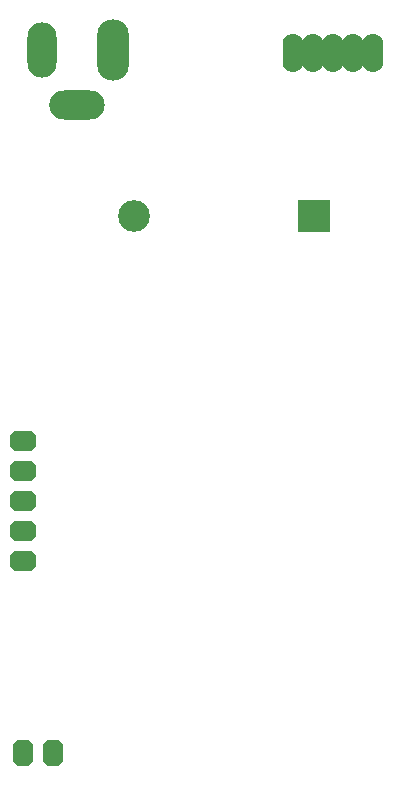
<source format=gbs>
G04*
G04 #@! TF.GenerationSoftware,Altium Limited,Altium Designer,19.0.15 (446)*
G04*
G04 Layer_Color=16711935*
%FSLAX23Y23*%
%MOIN*%
G70*
G01*
G75*
%ADD67R,0.106X0.106*%
%ADD68C,0.106*%
%ADD69O,0.185X0.097*%
%ADD70O,0.097X0.185*%
%ADD71O,0.106X0.205*%
G04:AMPARAMS|DCode=72|XSize=88mil|YSize=68mil|CornerRadius=0mil|HoleSize=0mil|Usage=FLASHONLY|Rotation=180.000|XOffset=0mil|YOffset=0mil|HoleType=Round|Shape=Octagon|*
%AMOCTAGOND72*
4,1,8,-0.044,0.017,-0.044,-0.017,-0.027,-0.034,0.027,-0.034,0.044,-0.017,0.044,0.017,0.027,0.034,-0.027,0.034,-0.044,0.017,0.0*
%
%ADD72OCTAGOND72*%

G04:AMPARAMS|DCode=73|XSize=88mil|YSize=68mil|CornerRadius=0mil|HoleSize=0mil|Usage=FLASHONLY|Rotation=90.000|XOffset=0mil|YOffset=0mil|HoleType=Round|Shape=Octagon|*
%AMOCTAGOND73*
4,1,8,0.017,0.044,-0.017,0.044,-0.034,0.027,-0.034,-0.027,-0.017,-0.044,0.017,-0.044,0.034,-0.027,0.034,0.027,0.017,0.044,0.0*
%
%ADD73OCTAGOND73*%

%ADD74O,0.069X0.130*%
D67*
X-535Y2250D02*
D03*
D68*
X-1135D02*
D03*
D69*
X-1323Y2620D02*
D03*
D70*
X-1441Y2805D02*
D03*
D71*
X-1205D02*
D03*
D72*
X-1505Y1100D02*
D03*
Y1200D02*
D03*
Y1300D02*
D03*
Y1400D02*
D03*
Y1500D02*
D03*
D73*
Y460D02*
D03*
X-1405D02*
D03*
D74*
X-336Y2795D02*
D03*
X-403D02*
D03*
X-470D02*
D03*
X-537D02*
D03*
X-604D02*
D03*
M02*

</source>
